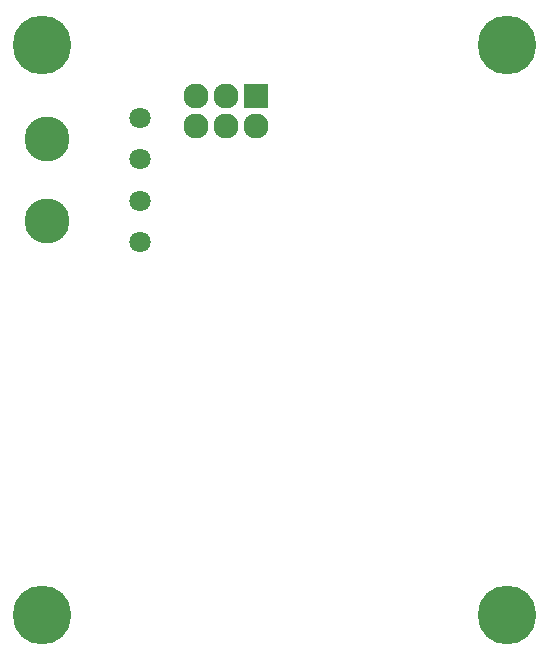
<source format=gbr>
G04 #@! TF.FileFunction,Soldermask,Bot*
%FSLAX46Y46*%
G04 Gerber Fmt 4.6, Leading zero omitted, Abs format (unit mm)*
G04 Created by KiCad (PCBNEW 4.0.7-e2-6376~58~ubuntu16.04.1) date Sun Sep  2 10:05:10 2018*
%MOMM*%
%LPD*%
G01*
G04 APERTURE LIST*
%ADD10C,0.100000*%
%ADD11C,4.972000*%
%ADD12C,1.797000*%
%ADD13C,3.800000*%
%ADD14R,2.127200X2.127200*%
%ADD15O,2.127200X2.127200*%
G04 APERTURE END LIST*
D10*
D11*
X85984100Y-116692500D03*
X46614100Y-116692500D03*
X85984100Y-68432500D03*
X46614100Y-68432500D03*
D12*
X54869100Y-85112500D03*
X54869100Y-74612500D03*
D13*
X46959100Y-76362500D03*
D12*
X54869100Y-81612500D03*
X54869100Y-78112500D03*
D13*
X46959100Y-83362500D03*
D14*
X64681100Y-72750500D03*
D15*
X64681100Y-75290500D03*
X62141100Y-72750500D03*
X62141100Y-75290500D03*
X59601100Y-72750500D03*
X59601100Y-75290500D03*
M02*

</source>
